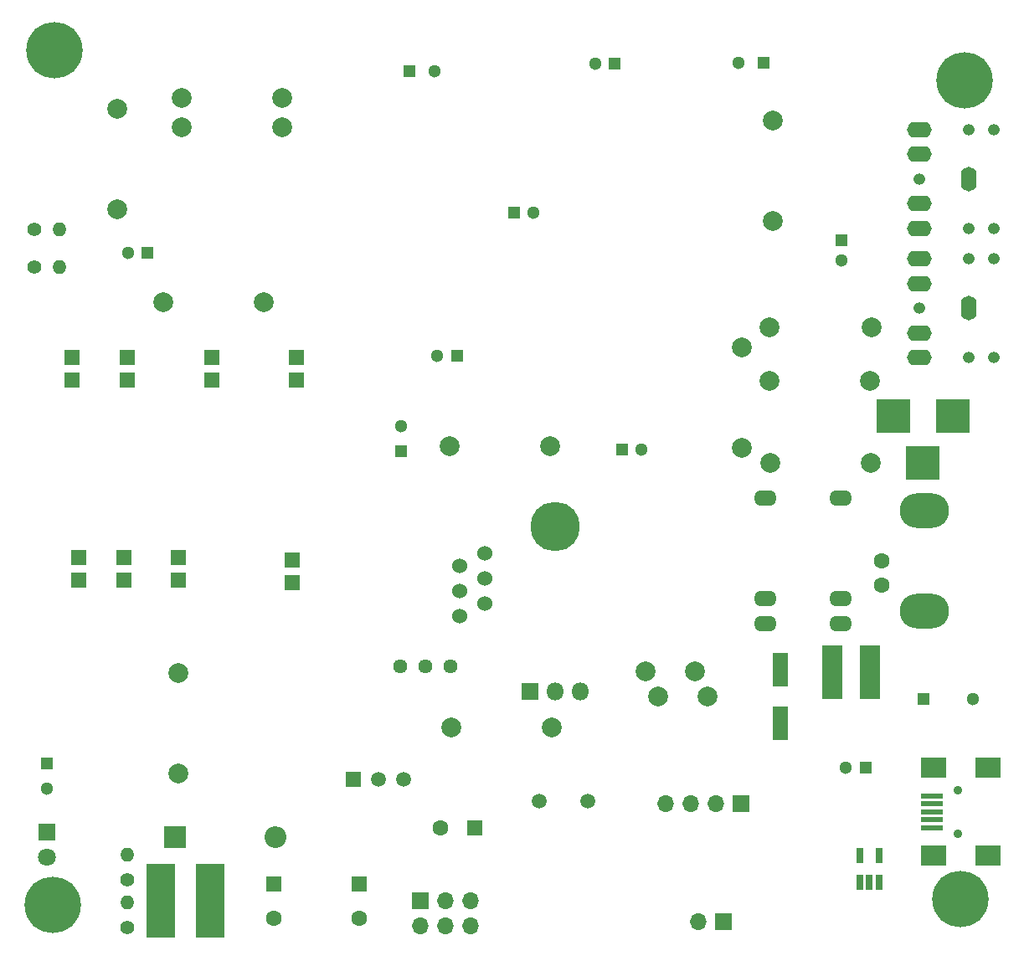
<source format=gbs>
G04 #@! TF.FileFunction,Soldermask,Bot*
%FSLAX46Y46*%
G04 Gerber Fmt 4.6, Leading zero omitted, Abs format (unit mm)*
G04 Created by KiCad (PCBNEW 4.0.3+e1-6302~38~ubuntu14.04.1-stable) date Wed Jul 12 07:56:50 2017*
%MOMM*%
%LPD*%
G01*
G04 APERTURE LIST*
%ADD10C,0.100000*%
%ADD11C,2.000000*%
%ADD12R,2.300000X0.500000*%
%ADD13R,2.500000X2.000000*%
%ADD14C,0.900000*%
%ADD15R,1.300000X1.300000*%
%ADD16C,1.300000*%
%ADD17O,1.600000X2.500000*%
%ADD18O,1.200000X1.200000*%
%ADD19O,2.500000X1.600000*%
%ADD20C,1.998980*%
%ADD21C,5.700000*%
%ADD22R,3.500120X3.500120*%
%ADD23R,1.600000X1.600000*%
%ADD24C,1.500000*%
%ADD25R,1.700000X1.700000*%
%ADD26O,1.700000X1.700000*%
%ADD27R,1.800000X1.800000*%
%ADD28C,1.800000*%
%ADD29R,0.650000X1.560000*%
%ADD30O,2.300000X1.600000*%
%ADD31O,5.001260X3.500120*%
%ADD32C,1.600200*%
%ADD33O,5.000000X5.000000*%
%ADD34O,1.800000X1.800000*%
%ADD35R,2.150000X5.500000*%
%ADD36R,1.600000X3.500000*%
%ADD37C,1.524000*%
%ADD38C,1.440000*%
%ADD39C,1.520000*%
%ADD40R,1.520000X1.520000*%
%ADD41C,1.600000*%
%ADD42C,1.400000*%
%ADD43O,1.400000X1.400000*%
%ADD44R,3.000000X7.500000*%
%ADD45R,2.200000X2.200000*%
%ADD46O,2.200000X2.200000*%
G04 APERTURE END LIST*
D10*
D11*
X115025000Y-99300000D03*
X113755000Y-96760000D03*
X110005000Y-99300000D03*
X108735000Y-96760000D03*
D12*
X137750000Y-109400000D03*
X137750000Y-110200000D03*
X137750000Y-111000000D03*
X137750000Y-111800000D03*
X137750000Y-112600000D03*
D13*
X137850000Y-106550000D03*
X143350000Y-106550000D03*
X137850000Y-115450000D03*
X143350000Y-115450000D03*
D14*
X140350000Y-108800000D03*
X140350000Y-113200000D03*
D15*
X131000000Y-106500000D03*
D16*
X129000000Y-106500000D03*
D15*
X84925000Y-36100000D03*
D16*
X87425000Y-36100000D03*
D15*
X48200000Y-106110000D03*
D16*
X48200000Y-108610000D03*
D17*
X141450000Y-60050000D03*
D18*
X136450000Y-60050000D03*
D19*
X136450000Y-55050000D03*
X136450000Y-57550000D03*
X136450000Y-62550000D03*
X136450000Y-65050000D03*
D18*
X141450000Y-55050000D03*
X141450000Y-65050000D03*
X143950000Y-55050000D03*
X143950000Y-65050000D03*
D20*
X121250000Y-62000000D03*
X131660000Y-62000000D03*
D15*
X120700000Y-35200000D03*
D16*
X118200000Y-35200000D03*
D17*
X141450000Y-47000000D03*
D18*
X136450000Y-47000000D03*
D19*
X136450000Y-42000000D03*
X136450000Y-44500000D03*
X136450000Y-49500000D03*
X136450000Y-52000000D03*
D18*
X141450000Y-42000000D03*
X141450000Y-52000000D03*
X143950000Y-42000000D03*
X143950000Y-52000000D03*
D20*
X121600000Y-51200000D03*
X121600000Y-41040000D03*
X121250000Y-67450000D03*
X131410000Y-67450000D03*
X99100000Y-74030000D03*
X88940000Y-74030000D03*
X61850000Y-41800000D03*
X72010000Y-41800000D03*
X72000000Y-38800000D03*
X61840000Y-38800000D03*
X118475000Y-74200000D03*
X118475000Y-64040000D03*
D15*
X58425000Y-54475000D03*
D16*
X56425000Y-54475000D03*
D21*
X140600000Y-119800000D03*
X48800000Y-120450000D03*
X49000000Y-34000000D03*
X141000000Y-37000000D03*
D15*
X136850000Y-99550000D03*
D16*
X141850000Y-99550000D03*
D22*
X133799860Y-71000000D03*
X139799340Y-71000000D03*
X136799600Y-75699000D03*
D23*
X73440000Y-65050000D03*
X73440000Y-67350000D03*
X64890000Y-65050000D03*
X64890000Y-67350000D03*
D20*
X70175000Y-59450000D03*
X60015000Y-59450000D03*
D24*
X98050000Y-109925000D03*
X102930000Y-109925000D03*
D25*
X86000000Y-120000000D03*
D26*
X86000000Y-122540000D03*
X88540000Y-120000000D03*
X88540000Y-122540000D03*
X91080000Y-120000000D03*
X91080000Y-122540000D03*
D23*
X50800000Y-65050000D03*
X50800000Y-67350000D03*
D20*
X61500000Y-97000000D03*
X61500000Y-107160000D03*
D27*
X48190000Y-113070000D03*
D28*
X48190000Y-115610000D03*
D25*
X116600000Y-122100000D03*
D26*
X114060000Y-122100000D03*
D25*
X118450000Y-110175000D03*
D26*
X115910000Y-110175000D03*
X113370000Y-110175000D03*
X110830000Y-110175000D03*
D29*
X132350000Y-118130000D03*
X131400000Y-118130000D03*
X130450000Y-118130000D03*
X130450000Y-115430000D03*
X132350000Y-115430000D03*
D30*
X120904000Y-79248000D03*
X120904000Y-89408000D03*
X128524000Y-79248000D03*
X128524000Y-89408000D03*
X120904000Y-91948000D03*
X128524000Y-91948000D03*
D31*
X136931400Y-90695780D03*
X136931400Y-80497680D03*
D32*
X132666740Y-85598000D03*
X132666740Y-88097360D03*
D33*
X99590000Y-82140000D03*
D27*
X97050000Y-98800000D03*
D34*
X99590000Y-98800000D03*
X102130000Y-98800000D03*
D35*
X127635000Y-96900000D03*
X131485000Y-96900000D03*
D36*
X122410000Y-96650000D03*
X122410000Y-102050000D03*
D20*
X99250000Y-102450000D03*
X89090000Y-102450000D03*
D37*
X90000000Y-91200000D03*
X92540000Y-89930000D03*
X90000000Y-88660000D03*
X92540000Y-87390000D03*
X90000000Y-86120000D03*
X92540000Y-84850000D03*
D38*
X89000000Y-96250000D03*
X86460000Y-96250000D03*
X83920000Y-96250000D03*
D39*
X81790000Y-107750000D03*
X84330000Y-107750000D03*
D40*
X79250000Y-107750000D03*
D20*
X121400000Y-75700000D03*
X131560000Y-75700000D03*
D23*
X56340000Y-65050000D03*
X56340000Y-67350000D03*
D15*
X84070000Y-74490000D03*
D16*
X84070000Y-71990000D03*
D20*
X55372000Y-39878000D03*
X55372000Y-50038000D03*
D23*
X79840000Y-118260000D03*
D41*
X79840000Y-121760000D03*
D23*
X91500000Y-112650000D03*
D41*
X88000000Y-112650000D03*
D23*
X71140000Y-118260000D03*
D41*
X71140000Y-121760000D03*
D42*
X56388000Y-122682000D03*
D43*
X56388000Y-120142000D03*
D42*
X56388000Y-117856000D03*
D43*
X56388000Y-115316000D03*
D44*
X59760000Y-120020000D03*
X64760000Y-120020000D03*
D45*
X61150000Y-113550000D03*
D46*
X71310000Y-113550000D03*
D42*
X46990000Y-52070000D03*
D43*
X49530000Y-52070000D03*
D42*
X46990000Y-55880000D03*
D43*
X49530000Y-55880000D03*
D23*
X51400000Y-87550000D03*
X51400000Y-85250000D03*
X56000000Y-87550000D03*
X56000000Y-85250000D03*
X61500000Y-87550000D03*
X61500000Y-85250000D03*
X73040000Y-87800000D03*
X73040000Y-85500000D03*
D15*
X106375000Y-74375000D03*
D16*
X108375000Y-74375000D03*
D15*
X128600000Y-53225000D03*
D16*
X128600000Y-55225000D03*
D15*
X95450000Y-50375000D03*
D16*
X97450000Y-50375000D03*
D15*
X89680000Y-64900000D03*
D16*
X87680000Y-64900000D03*
D15*
X105648000Y-35306000D03*
D16*
X103648000Y-35306000D03*
M02*

</source>
